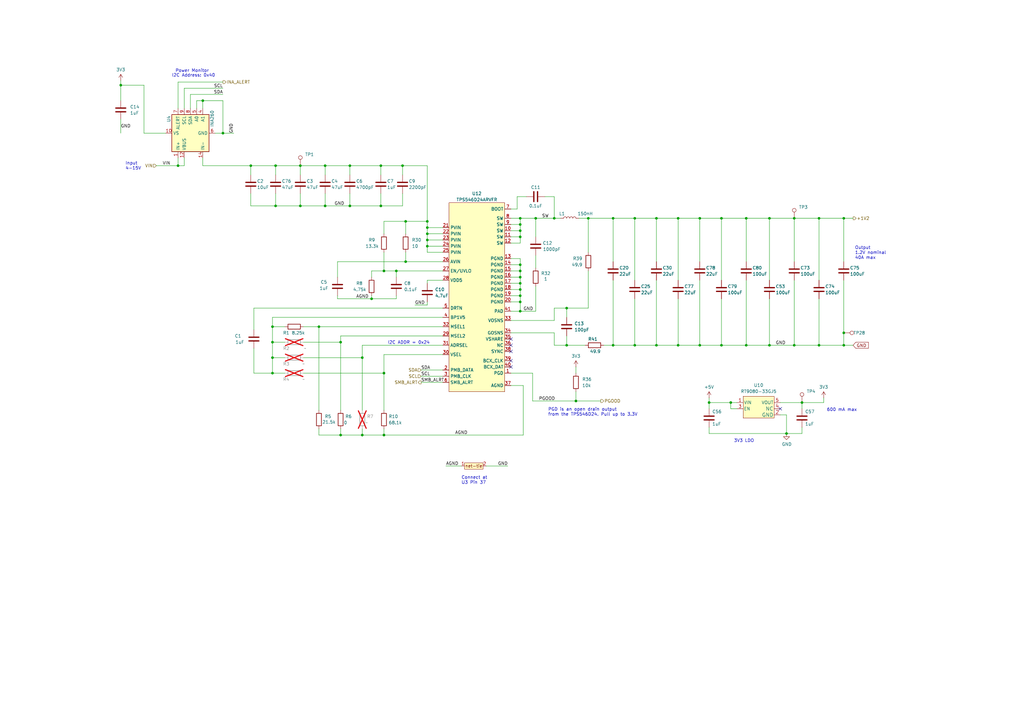
<source format=kicad_sch>
(kicad_sch (version 20231120) (generator "eeschema") (generator_version "8.0")
  (paper "A3")
  (title_block (title "BitForgeNano") (date "2024-06-21") (rev "1.0") (comment 1 "Licensed under CERN-OHL-W version 2"))
  (lib_symbols
    (symbol "+3V3_1" (power) (pin_numbers hide) (pin_names (offset 0) hide)
      (property "Value" "+3V3" (at 0 3.556 0))
      (symbol "+3V3_1_0_1"
        (polyline (pts (xy -0.762 1.27) (xy 0 2.54)))
        (polyline (pts (xy 0 0) (xy 0 2.54)))
        (polyline (pts (xy 0 2.54) (xy 0.762 1.27)))
      )
      (symbol "+3V3_1_1_1"
        (pin power_in line (at 0 0 90) (length 0) (name "~") (number "1"))
      )
    )
    (symbol "+5V_1" (power) (pin_numbers hide) (pin_names (offset 0) hide)
      (property "Value" "+5V" (at 0 3.556 0))
      (symbol "+5V_1_0_1"
        (polyline (pts (xy -0.762 1.27) (xy 0 2.54)))
        (polyline (pts (xy 0 0) (xy 0 2.54)))
        (polyline (pts (xy 0 2.54) (xy 0.762 1.27)))
      )
      (symbol "+5V_1_1_1"
        (pin power_in line (at 0 0 90) (length 0) (name "~") (number "1"))
      )
    )
    (symbol "BitForgeNano:C" (pin_numbers hide) (pin_names (offset 0.254))
      (property "Reference" "C" (at 0.635 2.54 0))
      (property "Value" "C" (at 0.635 -2.54 0))
      (symbol "C_0_1"
        (polyline (pts (xy -2.032 -0.762) (xy 2.032 -0.762)) (stroke (width 0.508)))
        (polyline (pts (xy -2.032 0.762) (xy 2.032 0.762)) (stroke (width 0.508)))
      )
      (symbol "C_1_1"
        (pin passive line (at 0 3.81 270) (length 2.794) (name "~") (number "1"))
        (pin passive line (at 0 -3.81 90) (length 2.794) (name "~") (number "2"))
      )
    )
    (symbol "BitForgeNano:GND" (power) (pin_names (offset 0))
      (property "Value" "GND" (at 0 -3.81 0))
      (symbol "GND_0_1"
        (polyline (pts (xy 0 0) (xy 0 -1.27) (xy 1.27 -1.27) (xy 0 -2.54) (xy -1.27 -1.27) (xy 0 -1.27)))
      )
      (symbol "GND_1_1"
        (pin power_in line (at 0 0 270) (length 0) hide (name "GND") (number "1"))
      )
    )
    (symbol "BitForgeNano:INA260"
      (property "Reference" "U" (at -6.35 8.89 0))
      (property "Value" "INA260" (at 2.54 8.89 0))
      (symbol "INA260_0_1"
        (rectangle (start -7.62 7.62) (end 7.62 -7.62) (stroke (width 0.254)) (fill (type background)))
      )
      (symbol "INA260_1_1"
        (pin passive line (at -10.16 5.08 0) (length 2.54) (name "IN+") (number "1"))
        (pin power_in line (at 0 10.16 270) (length 2.54) (name "VS") (number "10"))
        (pin passive line (at 0 -10.16 90) (length 2.54) hide (name "GND") (number "11"))
        (pin passive line (at -10.16 2.54 0) (length 2.54) (name "VBUS") (number "12"))
        (pin no_connect line (at 2.54 -7.62 90) (length 2.54) hide (name "NC") (number "13"))
        (pin passive line (at -10.16 -5.08 0) (length 2.54) (name "IN-") (number "14"))
        (pin passive line (at -10.16 -5.08 0) (length 2.54) hide (name "IN-") (number "15"))
        (pin passive line (at -10.16 -5.08 0) (length 2.54) hide (name "IN-") (number "16"))
        (pin passive line (at -10.16 5.08 0) (length 2.54) hide (name "IN+") (number "2"))
        (pin passive line (at -10.16 5.08 0) (length 2.54) hide (name "IN+") (number "3"))
        (pin input line (at 10.16 -5.08 180) (length 2.54) (name "A1") (number "4"))
        (pin input line (at 10.16 -2.54 180) (length 2.54) (name "A0") (number "5"))
        (pin power_in line (at 0 -10.16 90) (length 2.54) (name "GND") (number "6"))
        (pin open_collector line (at 10.16 5.08 180) (length 2.54) (name "ALERT") (number "7"))
        (pin bidirectional line (at 10.16 0 180) (length 2.54) (name "SDA") (number "8"))
        (pin input line (at 10.16 2.54 180) (length 2.54) (name "SCL") (number "9"))
      )
    )
    (symbol "BitForgeNano:L" (pin_numbers hide) (pin_names (offset 1.016) hide)
      (property "Reference" "L" (at -1.27 0 90))
      (property "Value" "L" (at 1.905 0 90))
      (symbol "L_0_1"
        (arc (start 0 -2.54) (mid 0.6323 -1.905) (end 0 -1.27))
        (arc (start 0 -1.27) (mid 0.6323 -0.635) (end 0 0))
        (arc (start 0 0) (mid 0.6323 0.635) (end 0 1.27))
        (arc (start 0 1.27) (mid 0.6323 1.905) (end 0 2.54))
      )
      (symbol "L_1_1"
        (pin passive line (at 0 3.81 270) (length 1.27) (name "1") (number "1"))
        (pin passive line (at 0 -3.81 90) (length 1.27) (name "2") (number "2"))
      )
    )
    (symbol "BitForgeNano:R" (pin_numbers hide) (pin_names (offset 0))
      (property "Reference" "R" (at 2.032 0 90))
      (property "Value" "R" (at 0 0 90))
      (symbol "R_0_1"
        (rectangle (start -1.016 -2.54) (end 1.016 2.54) (stroke (width 0.254)))
      )
      (symbol "R_1_1"
        (pin passive line (at 0 3.81 270) (length 1.27) (name "~") (number "1"))
        (pin passive line (at 0 -3.81 90) (length 1.27) (name "~") (number "2"))
      )
    )
    (symbol "BitForgeNano:RT9080-33GJ5" (pin_names (offset 0.254))
      (property "Reference" "U2" (at 0 8.382 0))
      (property "Value" "RT9080-33GJ5" (at 0 5.842 0))
      (symbol "RT9080-33GJ5_1_1"
        (rectangle (start -6.35 3.81) (end 6.35 -5.08) (stroke (width 0.1524)) (fill (type background)))
        (pin power_in line (at -8.89 1.27 0) (length 2.54) (name "VIN") (number "1"))
        (pin power_in line (at 8.89 -3.81 180) (length 2.54) (name "GND") (number "2"))
        (pin input line (at -8.89 -1.27 0) (length 2.54) (name "EN") (number "3"))
        (pin power_in line (at 8.89 -1.27 180) (length 2.54) (name "NC") (number "4"))
        (pin output line (at 8.89 1.27 180) (length 2.54) (name "VOUT") (number "5"))
      )
    )
    (symbol "BitForgeNano:TPS546D24"
      (property "Reference" "U10" (at 0 45.72 0))
      (property "Value" "TPS546D24ARVFR" (at 0 43.18 0))
      (symbol "TPS546D24_0_1"
        (rectangle (start -11.43 41.91) (end 11.43 -35.56) (stroke (width 0.1524)) (fill (type background)))
      )
      (symbol "TPS546D24_1_1"
        (pin input line (at 13.97 -27.94 180) (length 2.54) (name "PGD") (number "1"))
        (pin power_in line (at 13.97 30.48 180) (length 2.54) (name "SW") (number "10"))
        (pin output line (at 13.97 27.94 180) (length 2.54) (name "SW") (number "11"))
        (pin power_out line (at 13.97 25.4 180) (length 2.54) (name "SW") (number "12"))
        (pin output line (at 13.97 19.05 180) (length 2.54) (name "PGND") (number "13"))
        (pin output line (at 13.97 16.51 180) (length 2.54) (name "PGND") (number "14"))
        (pin input line (at 13.97 13.97 180) (length 2.54) (name "PGND") (number "15"))
        (pin input line (at 13.97 11.43 180) (length 2.54) (name "PGND") (number "16"))
        (pin power_in line (at 13.97 8.89 180) (length 2.54) (name "PGND") (number "17"))
        (pin input line (at 13.97 6.35 180) (length 2.54) (name "PGND") (number "18"))
        (pin input line (at 13.97 3.81 180) (length 2.54) (name "PGND") (number "19"))
        (pin input line (at -13.97 -26.67 0) (length 2.54) (name "PMB_DATA") (number "2"))
        (pin power_in line (at 13.97 1.27 180) (length 2.54) (name "PGND") (number "20"))
        (pin input line (at -13.97 31.75 0) (length 2.54) (name "PVIN") (number "21"))
        (pin input line (at -13.97 29.21 0) (length 2.54) (name "PVIN") (number "22"))
        (pin input line (at -13.97 26.67 0) (length 2.54) (name "PVIN") (number "23"))
        (pin input line (at -13.97 24.13 0) (length 2.54) (name "PVIN") (number "24"))
        (pin input line (at -13.97 21.59 0) (length 2.54) (name "PVIN") (number "25"))
        (pin input line (at -13.97 17.78 0) (length 2.54) (name "AVIN") (number "26"))
        (pin input line (at -13.97 13.97 0) (length 2.54) (name "EN/UVLO") (number "27"))
        (pin output line (at -13.97 10.16 0) (length 2.54) (name "VDD5") (number "28"))
        (pin input line (at -13.97 -12.7 0) (length 2.54) (name "MSEL2") (number "29"))
        (pin input line (at -13.97 -29.21 0) (length 2.54) (name "PMB_CLK") (number "3"))
        (pin input line (at -13.97 -20.32 0) (length 2.54) (name "VSEL") (number "30"))
        (pin input line (at -13.97 -16.51 0) (length 2.54) (name "ADRSEL") (number "31"))
        (pin input line (at -13.97 -8.89 0) (length 2.54) (name "MSEL1") (number "32"))
        (pin output line (at 13.97 -6.35 180) (length 2.54) (name "VOSNS") (number "33"))
        (pin output line (at 13.97 -11.43 180) (length 2.54) (name "GOSNS") (number "34"))
        (pin input line (at 13.97 -13.97 180) (length 2.54) (name "VSHARE") (number "35"))
        (pin input line (at 13.97 -16.51 180) (length 2.54) (name "NC") (number "36"))
        (pin power_in line (at 13.97 -33.02 180) (length 2.54) (name "AGND") (number "37"))
        (pin input line (at 13.97 -19.05 180) (length 2.54) (name "SYNC") (number "38"))
        (pin input line (at 13.97 -22.86 180) (length 2.54) (name "BCX_CLK") (number "39"))
        (pin input line (at -13.97 -5.08 0) (length 2.54) (name "BP1V5") (number "4"))
        (pin input line (at 13.97 -25.4 180) (length 2.54) (name "BCX_DAT") (number "40"))
        (pin power_in line (at 13.97 -2.54 180) (length 2.54) (name "PAD") (number "41"))
        (pin input line (at -13.97 -1.27 0) (length 2.54) (name "DRTN") (number "5"))
        (pin input line (at -13.97 -31.75 0) (length 2.54) (name "SMB_ALRT") (number "6"))
        (pin input line (at 13.97 39.37 180) (length 2.54) (name "BOOT") (number "7"))
        (pin output line (at 13.97 35.56 180) (length 2.54) (name "SW") (number "8"))
        (pin power_in line (at 13.97 33.02 180) (length 2.54) (name "SW") (number "9"))
      )
    )
    (symbol "BitForgeNano:TestPoint" (pin_numbers hide) (pin_names (offset 0.762) hide)
      (property "Reference" "TP" (at 0 6.858 0))
      (property "Value" "TestPoint" (at 0 5.08 0))
      (symbol "TestPoint_0_1"
        (circle (center 0 3.302) (radius 0.762))
      )
      (symbol "TestPoint_1_1"
        (pin passive line (at 0 0 90) (length 2.54) (name "1") (number "1"))
      )
    )
    (symbol "BitForgeNano:net-tie"
      (symbol "net-tie_0_1"
        (rectangle (start -3.81 1.27) (end 3.81 -1.27) (stroke (width 0.1524)) (fill (type background)))
      )
      (symbol "net-tie_1_0"
        (pin bidirectional line (at -5.08 0 0) (length 1.27) (name "") (number "1"))
        (pin bidirectional line (at 5.08 0 180) (length 1.27) (name "") (number "2"))
      )
      (symbol "net-tie_1_1"
        (text "net-tie" (at 0 0 0) (effects (font (size 1.27 1.27))))
      )
    )
  )
  (junction (at 290.83 165.1))
  (junction (at 335.915 141.605))
  (junction (at 213.36 121.285))
  (junction (at 269.24 141.605))
  (junction (at 157.48 111.125))
  (junction (at 111.76 153.035))
  (junction (at 241.3 89.535))
  (junction (at 143.51 84.455))
  (junction (at 322.58 177.8))
  (junction (at 306.07 89.535))
  (junction (at 157.48 153.035))
  (junction (at 123.19 67.945))
  (junction (at 346.075 141.605))
  (junction (at 213.36 92.075))
  (junction (at 83.185 41.275))
  (junction (at 328.93 165.1))
  (junction (at 133.35 84.455))
  (junction (at 175.26 93.345))
  (junction (at 325.755 89.535))
  (junction (at 148.59 146.685))
  (junction (at 162.56 111.125))
  (junction (at 139.7 178.435))
  (junction (at 251.46 141.605))
  (junction (at 111.76 146.685))
  (junction (at 213.36 116.205))
  (junction (at 213.36 89.535))
  (junction (at 165.1 67.945))
  (junction (at 113.03 67.945))
  (junction (at 278.13 141.605))
  (junction (at 133.35 67.945))
  (junction (at 152.4 122.555))
  (junction (at 113.03 84.455))
  (junction (at 287.02 89.535))
  (junction (at 213.36 97.155))
  (junction (at 213.36 118.745))
  (junction (at 139.7 140.335))
  (junction (at 213.36 127.635))
  (junction (at 278.13 89.535))
  (junction (at 315.595 89.535))
  (junction (at 175.26 95.885))
  (junction (at 346.075 89.535))
  (junction (at 213.36 111.125))
  (junction (at 166.37 90.805))
  (junction (at 73.025 67.945))
  (junction (at 166.37 107.315))
  (junction (at 325.755 141.605))
  (junction (at 232.41 126.365))
  (junction (at 295.91 89.535))
  (junction (at 299.72 165.1))
  (junction (at 175.26 98.425))
  (junction (at 123.19 84.455))
  (junction (at 148.59 178.435))
  (junction (at 251.46 89.535))
  (junction (at 156.21 67.945))
  (junction (at 232.41 141.605))
  (junction (at 346.075 136.525))
  (junction (at 295.91 141.605))
  (junction (at 157.48 178.435))
  (junction (at 213.36 123.825))
  (junction (at 219.71 89.535))
  (junction (at 213.36 94.615))
  (junction (at 269.24 89.535))
  (junction (at 111.76 140.335))
  (junction (at 315.595 141.605))
  (junction (at 213.36 113.665))
  (junction (at 260.35 89.535))
  (junction (at 175.26 100.965))
  (junction (at 91.44 54.61))
  (junction (at 213.36 108.585))
  (junction (at 227.33 89.535))
  (junction (at 130.81 133.985))
  (junction (at 49.53 34.925))
  (junction (at 156.21 84.455))
  (junction (at 175.26 90.805))
  (junction (at 102.87 67.945))
  (junction (at 111.76 133.985))
  (junction (at 287.02 141.605))
  (junction (at 306.07 141.605))
  (junction (at 143.51 67.945))
  (junction (at 335.915 89.535))
  (junction (at 260.35 141.605))
  (junction (at 236.22 164.465))
  (no_connect (at 320.04 167.64))
  (no_connect (at 209.55 147.955))
  (no_connect (at 209.55 141.605))
  (no_connect (at 209.55 139.065))
  (no_connect (at 209.55 144.145))
  (no_connect (at 209.55 150.495))
  (wire (pts (xy 287.02 114.935) (xy 287.02 141.605)))
  (wire (pts (xy 130.81 175.895) (xy 130.81 178.435)))
  (wire (pts (xy 59.055 34.925) (xy 59.055 54.61)))
  (wire (pts (xy 320.04 170.18) (xy 322.58 170.18)))
  (wire (pts (xy 232.41 126.365) (xy 241.3 126.365)))
  (wire (pts (xy 80.645 44.45) (xy 80.645 41.275)))
  (wire (pts (xy 148.59 175.895) (xy 148.59 178.435)))
  (wire (pts (xy 130.81 133.985) (xy 130.81 168.275)))
  (wire (pts (xy 278.13 89.535) (xy 287.02 89.535)))
  (wire (pts (xy 237.49 89.535) (xy 241.3 89.535)))
  (wire (pts (xy 290.83 165.1) (xy 299.72 165.1)))
  (wire (pts (xy 166.37 90.805) (xy 175.26 90.805)))
  (wire (pts (xy 213.36 121.285) (xy 213.36 123.825)))
  (wire (pts (xy 166.37 103.505) (xy 166.37 107.315)))
  (wire (pts (xy 213.36 97.155) (xy 213.36 94.615)))
  (wire (pts (xy 139.7 178.435) (xy 148.59 178.435)))
  (wire (pts (xy 166.37 95.885) (xy 166.37 90.805)))
  (wire (pts (xy 260.35 89.535) (xy 260.35 114.935)))
  (wire (pts (xy 138.43 122.555) (xy 152.4 122.555)))
  (wire (pts (xy 290.83 165.1) (xy 290.83 167.64)))
  (wire (pts (xy 219.71 117.475) (xy 219.71 127.635)))
  (wire (pts (xy 113.03 84.455) (xy 123.19 84.455)))
  (wire (pts (xy 124.46 146.685) (xy 148.59 146.685)))
  (wire (pts (xy 175.26 114.935) (xy 181.61 114.935)))
  (wire (pts (xy 104.14 126.365) (xy 181.61 126.365)))
  (wire (pts (xy 157.48 153.035) (xy 157.48 168.275)))
  (wire (pts (xy 209.55 111.125) (xy 213.36 111.125)))
  (wire (pts (xy 113.03 79.375) (xy 113.03 84.455)))
  (wire (pts (xy 182.88 191.135) (xy 189.23 191.135)))
  (wire (pts (xy 227.33 141.605) (xy 232.41 141.605)))
  (wire (pts (xy 162.56 121.285) (xy 162.56 122.555)))
  (wire (pts (xy 157.48 111.125) (xy 162.56 111.125)))
  (wire (pts (xy 269.24 89.535) (xy 269.24 107.315)))
  (wire (pts (xy 209.55 116.205) (xy 213.36 116.205)))
  (wire (pts (xy 209.55 158.115) (xy 214.63 158.115)))
  (wire (pts (xy 295.91 122.555) (xy 295.91 141.605)))
  (wire (pts (xy 148.59 141.605) (xy 181.61 141.605)))
  (wire (pts (xy 111.76 153.035) (xy 116.84 153.035)))
  (wire (pts (xy 218.44 164.465) (xy 236.22 164.465)))
  (wire (pts (xy 346.075 89.535) (xy 346.075 107.315)))
  (wire (pts (xy 251.46 89.535) (xy 251.46 107.315)))
  (wire (pts (xy 315.595 89.535) (xy 325.755 89.535)))
  (wire (pts (xy 170.18 125.095) (xy 175.26 125.095)))
  (wire (pts (xy 113.03 67.945) (xy 113.03 71.755)))
  (wire (pts (xy 172.72 154.305) (xy 181.61 154.305)))
  (wire (pts (xy 219.71 127.635) (xy 213.36 127.635)))
  (wire (pts (xy 148.59 178.435) (xy 157.48 178.435)))
  (wire (pts (xy 157.48 111.125) (xy 152.4 111.125)))
  (wire (pts (xy 175.26 98.425) (xy 181.61 98.425)))
  (wire (pts (xy 156.21 79.375) (xy 156.21 84.455)))
  (wire (pts (xy 251.46 89.535) (xy 260.35 89.535)))
  (wire (pts (xy 175.26 100.965) (xy 181.61 100.965)))
  (wire (pts (xy 325.755 107.315) (xy 325.755 89.535)))
  (wire (pts (xy 133.35 67.945) (xy 133.35 71.755)))
  (wire (pts (xy 209.55 106.045) (xy 213.36 106.045)))
  (wire (pts (xy 49.53 33.02) (xy 49.53 34.925)))
  (wire (pts (xy 290.83 177.8) (xy 290.83 175.26)))
  (wire (pts (xy 138.43 107.315) (xy 166.37 107.315)))
  (wire (pts (xy 236.22 164.465) (xy 246.38 164.465)))
  (wire (pts (xy 156.21 67.945) (xy 156.21 71.755)))
  (wire (pts (xy 346.075 136.525) (xy 346.075 141.605)))
  (wire (pts (xy 175.26 123.825) (xy 175.26 125.095)))
  (wire (pts (xy 102.87 67.945) (xy 113.03 67.945)))
  (wire (pts (xy 213.36 106.045) (xy 213.36 108.585)))
  (wire (pts (xy 75.565 36.195) (xy 91.44 36.195)))
  (wire (pts (xy 139.7 175.895) (xy 139.7 178.435)))
  (wire (pts (xy 315.595 89.535) (xy 315.595 114.935)))
  (wire (pts (xy 335.915 89.535) (xy 346.075 89.535)))
  (wire (pts (xy 227.33 131.445) (xy 227.33 126.365)))
  (wire (pts (xy 143.51 79.375) (xy 143.51 84.455)))
  (wire (pts (xy 75.565 64.77) (xy 75.565 67.945)))
  (wire (pts (xy 156.21 67.945) (xy 165.1 67.945)))
  (wire (pts (xy 209.55 99.695) (xy 213.36 99.695)))
  (wire (pts (xy 278.13 122.555) (xy 278.13 141.605)))
  (wire (pts (xy 306.07 114.935) (xy 306.07 141.605)))
  (wire (pts (xy 181.61 103.505) (xy 175.26 103.505)))
  (wire (pts (xy 133.35 84.455) (xy 143.51 84.455)))
  (wire (pts (xy 130.81 178.435) (xy 139.7 178.435)))
  (wire (pts (xy 83.185 64.77) (xy 83.185 67.945)))
  (wire (pts (xy 111.76 140.335) (xy 111.76 146.685)))
  (wire (pts (xy 49.53 34.925) (xy 59.055 34.925)))
  (wire (pts (xy 111.76 130.175) (xy 111.76 133.985)))
  (wire (pts (xy 130.81 133.985) (xy 181.61 133.985)))
  (wire (pts (xy 138.43 121.285) (xy 138.43 122.555)))
  (wire (pts (xy 218.44 153.035) (xy 218.44 164.465)))
  (wire (pts (xy 241.3 89.535) (xy 241.3 103.505)))
  (wire (pts (xy 175.26 95.885) (xy 175.26 98.425)))
  (wire (pts (xy 260.35 141.605) (xy 269.24 141.605)))
  (wire (pts (xy 175.26 67.945) (xy 175.26 90.805)))
  (wire (pts (xy 212.09 85.725) (xy 212.09 80.645)))
  (wire (pts (xy 148.59 141.605) (xy 148.59 146.685)))
  (wire (pts (xy 133.35 67.945) (xy 143.51 67.945)))
  (wire (pts (xy 325.755 89.535) (xy 335.915 89.535)))
  (wire (pts (xy 157.48 175.895) (xy 157.48 178.435)))
  (wire (pts (xy 299.72 165.1) (xy 302.26 165.1)))
  (wire (pts (xy 213.36 111.125) (xy 213.36 113.665)))
  (wire (pts (xy 209.55 108.585) (xy 213.36 108.585)))
  (wire (pts (xy 213.36 99.695) (xy 213.36 97.155)))
  (wire (pts (xy 213.36 116.205) (xy 213.36 118.745)))
  (wire (pts (xy 227.33 126.365) (xy 232.41 126.365)))
  (wire (pts (xy 175.26 95.885) (xy 181.61 95.885)))
  (wire (pts (xy 269.24 141.605) (xy 278.13 141.605)))
  (wire (pts (xy 251.46 141.605) (xy 260.35 141.605)))
  (wire (pts (xy 143.51 84.455) (xy 156.21 84.455)))
  (wire (pts (xy 213.36 94.615) (xy 213.36 92.075)))
  (wire (pts (xy 251.46 114.935) (xy 251.46 141.605)))
  (wire (pts (xy 236.22 160.655) (xy 236.22 164.465)))
  (wire (pts (xy 213.36 123.825) (xy 209.55 123.825)))
  (wire (pts (xy 306.07 89.535) (xy 315.595 89.535)))
  (wire (pts (xy 287.02 141.605) (xy 295.91 141.605)))
  (wire (pts (xy 199.39 191.135) (xy 208.28 191.135)))
  (wire (pts (xy 143.51 67.945) (xy 143.51 71.755)))
  (wire (pts (xy 73.025 44.45) (xy 73.025 33.655)))
  (wire (pts (xy 181.61 130.175) (xy 111.76 130.175)))
  (wire (pts (xy 111.76 133.985) (xy 116.84 133.985)))
  (wire (pts (xy 175.26 93.345) (xy 181.61 93.345)))
  (wire (pts (xy 315.595 141.605) (xy 325.755 141.605)))
  (wire (pts (xy 88.265 54.61) (xy 91.44 54.61)))
  (wire (pts (xy 209.55 118.745) (xy 213.36 118.745)))
  (wire (pts (xy 346.075 114.935) (xy 346.075 136.525)))
  (wire (pts (xy 123.19 79.375) (xy 123.19 84.455)))
  (wire (pts (xy 156.21 84.455) (xy 165.1 84.455)))
  (wire (pts (xy 111.76 146.685) (xy 116.84 146.685)))
  (wire (pts (xy 152.4 121.285) (xy 152.4 122.555)))
  (wire (pts (xy 64.135 67.945) (xy 73.025 67.945)))
  (wire (pts (xy 175.26 90.805) (xy 175.26 93.345)))
  (wire (pts (xy 148.59 146.685) (xy 148.59 168.275)))
  (wire (pts (xy 175.26 98.425) (xy 175.26 100.965)))
  (wire (pts (xy 104.14 153.035) (xy 111.76 153.035)))
  (wire (pts (xy 227.33 136.525) (xy 227.33 141.605)))
  (wire (pts (xy 73.025 64.77) (xy 73.025 67.945)))
  (wire (pts (xy 157.48 103.505) (xy 157.48 111.125)))
  (wire (pts (xy 102.87 71.755) (xy 102.87 67.945)))
  (wire (pts (xy 166.37 107.315) (xy 181.61 107.315)))
  (wire (pts (xy 306.07 107.315) (xy 306.07 89.535)))
  (wire (pts (xy 278.13 141.605) (xy 287.02 141.605)))
  (wire (pts (xy 328.93 165.1) (xy 337.82 165.1)))
  (wire (pts (xy 157.48 95.885) (xy 157.48 90.805)))
  (wire (pts (xy 260.35 122.555) (xy 260.35 141.605)))
  (wire (pts (xy 172.72 151.765) (xy 181.61 151.765)))
  (wire (pts (xy 302.26 167.64) (xy 299.72 167.64)))
  (wire (pts (xy 295.91 141.605) (xy 306.07 141.605)))
  (wire (pts (xy 139.7 137.795) (xy 181.61 137.795)))
  (wire (pts (xy 91.44 41.275) (xy 91.44 54.61)))
  (wire (pts (xy 209.55 121.285) (xy 213.36 121.285)))
  (wire (pts (xy 143.51 67.945) (xy 156.21 67.945)))
  (wire (pts (xy 49.53 48.895) (xy 49.53 54.61)))
  (wire (pts (xy 320.04 165.1) (xy 328.93 165.1)))
  (wire (pts (xy 157.48 145.415) (xy 157.48 153.035)))
  (wire (pts (xy 49.53 34.925) (xy 49.53 41.275)))
  (wire (pts (xy 335.915 141.605) (xy 346.075 141.605)))
  (wire (pts (xy 157.48 178.435) (xy 214.63 178.435)))
  (wire (pts (xy 213.36 123.825) (xy 213.36 127.635)))
  (wire (pts (xy 124.46 133.985) (xy 130.81 133.985)))
  (wire (pts (xy 133.35 79.375) (xy 133.35 84.455)))
  (wire (pts (xy 209.55 153.035) (xy 218.44 153.035)))
  (wire (pts (xy 209.55 113.665) (xy 213.36 113.665)))
  (wire (pts (xy 83.185 41.275) (xy 91.44 41.275)))
  (wire (pts (xy 209.55 94.615) (xy 213.36 94.615)))
  (wire (pts (xy 138.43 113.665) (xy 138.43 107.315)))
  (wire (pts (xy 162.56 111.125) (xy 181.61 111.125)))
  (wire (pts (xy 299.72 167.64) (xy 299.72 165.1)))
  (wire (pts (xy 139.7 140.335) (xy 139.7 168.275)))
  (wire (pts (xy 236.22 153.035) (xy 236.22 150.495)))
  (wire (pts (xy 83.185 44.45) (xy 83.185 41.275)))
  (wire (pts (xy 223.52 80.645) (xy 227.33 80.645)))
  (wire (pts (xy 241.3 111.125) (xy 241.3 126.365)))
  (wire (pts (xy 214.63 158.115) (xy 214.63 178.435)))
  (wire (pts (xy 78.105 44.45) (xy 78.105 38.735)))
  (wire (pts (xy 337.82 163.195) (xy 337.82 165.1)))
  (wire (pts (xy 59.055 54.61) (xy 67.945 54.61)))
  (wire (pts (xy 290.83 177.8) (xy 322.58 177.8)))
  (wire (pts (xy 219.71 109.855) (xy 219.71 104.775)))
  (wire (pts (xy 102.87 84.455) (xy 113.03 84.455)))
  (wire (pts (xy 213.36 89.535) (xy 209.55 89.535)))
  (wire (pts (xy 139.7 137.795) (xy 139.7 140.335)))
  (wire (pts (xy 325.755 141.605) (xy 335.915 141.605)))
  (wire (pts (xy 247.65 141.605) (xy 251.46 141.605)))
  (wire (pts (xy 172.72 156.845) (xy 181.61 156.845)))
  (wire (pts (xy 152.4 111.125) (xy 152.4 113.665)))
  (wire (pts (xy 322.58 170.18) (xy 322.58 177.8)))
  (wire (pts (xy 213.36 118.745) (xy 213.36 121.285)))
  (wire (pts (xy 175.26 100.965) (xy 175.26 103.505)))
  (wire (pts (xy 278.13 89.535) (xy 278.13 114.935)))
  (wire (pts (xy 219.71 89.535) (xy 227.33 89.535)))
  (wire (pts (xy 111.76 140.335) (xy 116.84 140.335)))
  (wire (pts (xy 322.58 177.8) (xy 328.93 177.8)))
  (wire (pts (xy 232.41 141.605) (xy 240.03 141.605)))
  (wire (pts (xy 209.55 97.155) (xy 213.36 97.155)))
  (wire (pts (xy 232.41 137.795) (xy 232.41 141.605)))
  (wire (pts (xy 124.46 140.335) (xy 139.7 140.335)))
  (wire (pts (xy 306.07 141.605) (xy 315.595 141.605)))
  (wire (pts (xy 111.76 146.685) (xy 111.76 153.035)))
  (wire (pts (xy 75.565 44.45) (xy 75.565 36.195)))
  (wire (pts (xy 104.14 135.255) (xy 104.14 126.365)))
  (wire (pts (xy 209.55 127.635) (xy 213.36 127.635)))
  (wire (pts (xy 346.075 141.605) (xy 349.885 141.605)))
  (wire (pts (xy 175.26 116.205) (xy 175.26 114.935)))
  (wire (pts (xy 113.03 67.945) (xy 123.19 67.945)))
  (wire (pts (xy 209.55 85.725) (xy 212.09 85.725)))
  (wire (pts (xy 241.3 89.535) (xy 251.46 89.535)))
  (wire (pts (xy 328.93 165.1) (xy 328.93 167.64)))
  (wire (pts (xy 295.91 89.535) (xy 306.07 89.535)))
  (wire (pts (xy 73.025 33.655) (xy 91.44 33.655)))
  (wire (pts (xy 157.48 90.805) (xy 166.37 90.805)))
  (wire (pts (xy 209.55 136.525) (xy 227.33 136.525)))
  (wire (pts (xy 152.4 122.555) (xy 162.56 122.555)))
  (wire (pts (xy 73.025 67.945) (xy 75.565 67.945)))
  (wire (pts (xy 269.24 114.935) (xy 269.24 141.605)))
  (wire (pts (xy 295.91 89.535) (xy 295.91 114.935)))
  (wire (pts (xy 315.595 122.555) (xy 315.595 141.605)))
  (wire (pts (xy 213.36 89.535) (xy 219.71 89.535)))
  (wire (pts (xy 165.1 84.455) (xy 165.1 79.375)))
  (wire (pts (xy 260.35 89.535) (xy 269.24 89.535)))
  (wire (pts (xy 213.36 113.665) (xy 213.36 116.205)))
  (wire (pts (xy 349.885 89.535) (xy 346.075 89.535)))
  (wire (pts (xy 80.645 41.275) (xy 83.185 41.275)))
  (wire (pts (xy 328.93 175.26) (xy 328.93 177.8)))
  (wire (pts (xy 219.71 97.155) (xy 219.71 89.535)))
  (wire (pts (xy 227.33 89.535) (xy 229.87 89.535)))
  (wire (pts (xy 287.02 89.535) (xy 287.02 107.315)))
  (wire (pts (xy 325.755 114.935) (xy 325.755 141.605)))
  (wire (pts (xy 269.24 89.535) (xy 278.13 89.535)))
  (wire (pts (xy 209.55 131.445) (xy 227.33 131.445)))
  (wire (pts (xy 111.76 133.985) (xy 111.76 140.335)))
  (wire (pts (xy 335.915 89.535) (xy 335.915 114.935)))
  (wire (pts (xy 290.83 163.195) (xy 290.83 165.1)))
  (wire (pts (xy 78.105 38.735) (xy 91.44 38.735)))
  (wire (pts (xy 227.33 80.645) (xy 227.33 89.535)))
  (wire (pts (xy 287.02 89.535) (xy 295.91 89.535)))
  (wire (pts (xy 232.41 126.365) (xy 232.41 130.175)))
  (wire (pts (xy 102.87 79.375) (xy 102.87 84.455)))
  (wire (pts (xy 209.55 92.075) (xy 213.36 92.075)))
  (wire (pts (xy 212.09 80.645) (xy 215.9 80.645)))
  (wire (pts (xy 123.19 67.945) (xy 123.19 71.755)))
  (wire (pts (xy 104.14 142.875) (xy 104.14 153.035)))
  (wire (pts (xy 162.56 113.665) (xy 162.56 111.125)))
  (wire (pts (xy 91.44 54.61) (xy 95.885 54.61)))
  (wire (pts (xy 175.26 93.345) (xy 175.26 95.885)))
  (wire (pts (xy 123.19 67.945) (xy 133.35 67.945)))
  (wire (pts (xy 165.1 67.945) (xy 165.1 71.755)))
  (wire (pts (xy 175.26 67.945) (xy 165.1 67.945)))
  (wire (pts (xy 335.915 122.555) (xy 335.915 141.605)))
  (wire (pts (xy 157.48 145.415) (xy 181.61 145.415)))
  (wire (pts (xy 213.36 92.075) (xy 213.36 89.535)))
  (wire (pts (xy 213.36 108.585) (xy 213.36 111.125)))
  (wire (pts (xy 123.19 84.455) (xy 133.35 84.455)))
  (wire (pts (xy 83.185 67.945) (xy 102.87 67.945)))
  (wire (pts (xy 124.46 153.035) (xy 157.48 153.035)))
  (text "3V3 LDO" (at 300.99 181.61 0) (effects (font (size 1.27 1.27)) (justify left bottom)))
  (text "PGD is an open drain output\nfrom the TPS546D24. Pull up to 3.3V" (at 224.79 170.815 0) (effects (font (size 1.27 1.27)) (justify left bottom)))
  (text "Output \n1.2V nominal\n40A max" (at 350.647 106.553 0) (effects (font (size 1.27 1.27)) (justify left bottom)))
  (text "I2C ADDR = 0x24" (at 159.004 141.351 0) (effects (font (size 1.27 1.27)) (justify left bottom)))
  (text "Connect at\nU3 Pin 37" (at 189.23 198.755 0) (effects (font (size 1.27 1.27)) (justify left bottom)))
  (text "600 mA max" (at 339.09 168.91 0) (effects (font (size 1.27 1.27)) (justify left bottom)))
  (text "I2C Address: 0x40" (at 88.265 31.75 0) (effects (font (size 1.27 1.27)) (justify right bottom)))
  (text "Power Monitor" (at 85.725 29.845 0) (effects (font (size 1.27 1.27)) (justify right bottom)))
  (text "Input \n4-15V" (at 51.435 69.85 0) (effects (font (size 1.27 1.27)) (justify left bottom)))
  (label "GND" (at 208.28 191.135 180))
  (label "AGND" (at 182.88 191.135 0))
  (label "SW" (at 222.25 89.535 0))
  (label "SMB_ALRT" (at 172.72 156.845 0))
  (label "SDA" (at 172.72 151.765 0))
  (label "GND" (at 170.18 125.095 0))
  (label "GND" (at 95.885 54.61 90))
  (label "SCL" (at 91.44 36.195 180))
  (label "AGND" (at 146.05 122.555 0))
  (label "GND" (at 214.63 127.635 0))
  (label "PGOOD" (at 220.98 164.465 0))
  (label "GND" (at 49.53 52.705 0))
  (label "VIN" (at 66.675 67.945 0))
  (label "GND" (at 137.16 84.455 0))
  (label "AGND" (at 191.77 178.435 180))
  (label "GND" (at 318.135 141.605 0))
  (label "SDA" (at 91.44 38.735 180))
  (label "SCL" (at 172.72 154.305 0))
  (global_label "GND" (shape input) (at 349.885 141.605 0) (property "Intersheetrefs" "${INTERSHEET_REFS}" (effects (hide yes))))
  (hierarchical_label "SDA" (shape input) (at 172.72 151.765 180))
  (hierarchical_label "+1V2" (shape output) (at 349.885 89.535 0))
  (hierarchical_label "SMB_ALRT" (shape output) (at 172.72 156.845 180))
  (hierarchical_label "SCL" (shape input) (at 172.72 154.305 180))
  (hierarchical_label "PGOOD" (shape output) (at 246.38 164.465 0))
  (hierarchical_label "INA_ALERT" (shape output) (at 91.44 33.655 0))
  (hierarchical_label "VIN" (shape input) (at 64.135 67.945 180))
  (symbol (lib_name "+3V3_1") (lib_id "BitForgeNano:+3V3_1") (at 236.22 150.495 0) (unit 1)
    (property "Reference" "#PWR05" (effects (hide yes)))
    (property "Value" "3V3" (at 236.22 146.05 0))
    (property "Description" "Power symbol creates a global label with name \"+3V3\"" (effects (hide yes)))
  )
  (symbol (lib_id "BitForgeNano:C") (at 328.93 171.45 0) (unit 1)
    (property "Reference" "C57" (at 330.2 169.545 0) (effects (justify left bottom)))
    (property "Value" "1uF" (at 330.2 174.625 0) (effects (justify left bottom)))
    (property "Footprint" "Capacitor_SMD:C_0402_1005Metric" (effects (hide yes)))
    (property "Description" "EMK105BJ105MV-F" (effects (hide yes)))
    (property "DK" "587-5514-1-ND" (effects (hide yes)))
    (property "PARTNO" "EMK105BJ105MV-F" (effects (hide yes)))
  )
  (symbol (lib_id "BitForgeNano:TestPoint") (at 325.755 89.535 0) (unit 1)
    (property "Reference" "TP3" (at 327.66 84.9629 0) (effects (justify left)))
    (property "Value" "TestPoint" (effects (hide yes)))
    (property "Footprint" "BitForgeNano:TestPoint_Pad_D1.0mm" (effects (hide yes)))
    (property "Description" "test point" (effects (hide yes)))
  )
  (symbol (lib_id "BitForgeNano:C") (at 290.83 171.45 0) (unit 1)
    (property "Reference" "C56" (at 292.1 169.545 0) (effects (justify left bottom)))
    (property "Value" "1uF" (at 292.1 174.625 0) (effects (justify left bottom)))
    (property "Footprint" "Capacitor_SMD:C_0402_1005Metric" (effects (hide yes)))
    (property "Description" "EMK105BJ105MV-F" (effects (hide yes)))
    (property "DK" "587-5514-1-ND" (effects (hide yes)))
    (property "PARTNO" "EMK105BJ105MV-F" (effects (hide yes)))
  )
  (symbol (lib_id "BitForgeNano:R") (at 157.48 172.085 0) (unit 1)
    (property "Reference" "R10" (at 159.385 170.815 0) (effects (justify left)))
    (property "Value" "68.1k" (at 159.385 173.355 0) (effects (justify left)))
    (property "Footprint" "Resistor_SMD:R_0402_1005Metric" (effects (hide yes)))
    (property "Description" "Resistor" (effects (hide yes)))
    (property "DK" "YAG3213CT-ND" (effects (hide yes)))
    (property "PARTNO" "RC0402FR-0768K1L" (effects (hide yes)))
  )
  (symbol (lib_name "+3V3_1") (lib_id "BitForgeNano:+3V3_1") (at 49.53 33.02 0) (unit 1)
    (property "Reference" "#PWR01" (effects (hide yes)))
    (property "Value" "3V3" (at 49.53 28.575 0))
    (property "Description" "Power symbol creates a global label with name \"+3V3\"" (effects (hide yes)))
  )
  (symbol (lib_name "+5V_1") (lib_id "BitForgeNano:+5V_1") (at 290.83 163.195 0) (unit 1)
    (property "Reference" "#PWR025" (effects (hide yes)))
    (property "Value" "+5V" (at 290.83 158.75 0))
    (property "Description" "Power symbol creates a global label with name \"+5V\"" (effects (hide yes)))
  )
  (symbol (lib_id "BitForgeNano:C") (at 260.35 118.745 0) (unit 1)
    (property "Reference" "C25" (at 262.89 117.475 0) (effects (justify left)))
    (property "Value" "22uF" (at 262.89 120.015 0) (effects (justify left)))
    (property "Footprint" "Capacitor_SMD:C_0805_2012Metric" (effects (hide yes)))
    (property "DK" "490-10746-1-ND" (effects (hide yes)))
    (property "PARTNO" "GRM21BR61A226ME44L" (effects (hide yes)))
  )
  (symbol (lib_id "BitForgeNano:C") (at 219.71 100.965 180) (unit 1)
    (property "Reference" "C12" (at 224.536 99.695 0))
    (property "Value" "1000pF" (at 226.314 102.235 0))
    (property "Footprint" "Capacitor_SMD:C_0805_2012Metric" (effects (hide yes)))
    (property "DK" "311-1127-1-ND" (effects (hide yes)))
    (property "PARTNO" "CC0805KRX7R9BB102" (effects (hide yes)))
  )
  (symbol (lib_id "BitForgeNano:R") (at 152.4 117.475 0) (unit 1)
    (property "Reference" "R8" (at 146.05 116.205 0) (effects (justify left)))
    (property "Value" "4.75k" (at 144.78 118.745 0) (effects (justify left)))
    (property "Footprint" "Resistor_SMD:R_0402_1005Metric" (effects (hide yes)))
    (property "Description" "Resistor" (effects (hide yes)))
    (property "DK" "541-4.75KLCT-ND" (effects (hide yes)))
    (property "PARTNO" "CRCW04024K75FKED" (effects (hide yes)))
  )
  (symbol (lib_id "BitForgeNano:R") (at 120.65 146.685 90) (unit 1) (dnp yes)
    (property "Reference" "R3" (at 118.745 149.225 90) (effects (justify left)))
    (property "Value" "~" (at 125.095 149.225 90) (effects (justify left)))
    (property "Footprint" "Resistor_SMD:R_0402_1005Metric" (effects (hide yes)))
    (property "Description" "Resistor" (effects (hide yes)))
  )
  (symbol (lib_id "BitForgeNano:C") (at 143.51 75.565 0) (unit 1)
    (property "Reference" "C6" (at 146.05 74.295 0) (effects (justify left)))
    (property "Value" "4700pF" (at 146.05 76.835 0) (effects (justify left)))
    (property "Footprint" "Capacitor_SMD:C_0402_1005Metric" (effects (hide yes)))
    (property "DK" "490-1309-1-ND" (effects (hide yes)))
    (property "PARTNO" "GRM155R71E472KA01D" (effects (hide yes)))
  )
  (symbol (lib_id "BitForgeNano:R") (at 139.7 172.085 0) (unit 1)
    (property "Reference" "R6" (at 141.605 170.815 0) (effects (justify left)))
    (property "Value" "0" (at 140.97 173.355 0) (effects (justify left)))
    (property "Footprint" "Resistor_SMD:R_0402_1005Metric" (effects (hide yes)))
    (property "Description" "Resistor" (effects (hide yes)))
    (property "DK" "311-0.0JRCT-ND" (effects (hide yes)))
    (property "PARTNO" "RC0402JR-070RL" (effects (hide yes)))
  )
  (symbol (lib_id "BitForgeNano:net-tie") (at 194.31 191.135 0) (unit 1) (in_bom no)
    (property "Reference" "T1" (effects (hide yes)))
    (property "Value" "net-tie" (effects (hide yes)))
    (property "Footprint" "bitaxe:NetTie-0.25mm" (effects (hide yes)))
  )
  (symbol (lib_id "BitForgeNano:R") (at 157.48 99.695 0) (unit 1)
    (property "Reference" "R9" (at 151.13 98.425 0) (effects (justify left)))
    (property "Value" "13.3k" (at 149.86 100.965 0) (effects (justify left)))
    (property "Footprint" "Resistor_SMD:R_0402_1005Metric" (effects (hide yes)))
    (property "Description" "Resistor" (effects (hide yes)))
    (property "DK" "541-13.3KLCT-ND" (effects (hide yes)))
    (property "PARTNO" "CRCW040213K3FKED" (effects (hide yes)))
  )
  (symbol (lib_id "BitForgeNano:C") (at 251.46 111.125 0) (unit 1)
    (property "Reference" "C20" (at 254 109.855 0) (effects (justify left)))
    (property "Value" "22uF" (at 254 112.395 0) (effects (justify left)))
    (property "Footprint" "Capacitor_SMD:C_0805_2012Metric" (effects (hide yes)))
    (property "DK" "490-10746-1-ND" (effects (hide yes)))
    (property "PARTNO" "GRM21BR61A226ME44L" (effects (hide yes)))
  )
  (symbol (lib_id "BitForgeNano:C") (at 165.1 75.565 0) (unit 1)
    (property "Reference" "C9" (at 167.64 74.295 0) (effects (justify left)))
    (property "Value" "2200pF" (at 167.64 76.835 0) (effects (justify left)))
    (property "Footprint" "Capacitor_SMD:C_0402_1005Metric" (effects (hide yes)))
    (property "DK" "490-8257-1-ND" (effects (hide yes)))
    (property "PARTNO" "GRM155R61H222KA01D" (effects (hide yes)))
  )
  (symbol (lib_id "BitForgeNano:C") (at 335.915 118.745 0) (unit 1)
    (property "Reference" "C74" (at 338.455 117.475 0) (effects (justify left)))
    (property "Value" "100uF" (at 338.455 120.015 0) (effects (justify left)))
    (property "Footprint" "Capacitor_SMD:C_1206_3216Metric" (effects (hide yes)))
    (property "DK" "1276-1782-2-ND" (effects (hide yes)))
    (property "PARTNO" "CL31A107MQHNNNE" (effects (hide yes)))
  )
  (symbol (lib_id "BitForgeNano:INA260") (at 78.105 54.61 90) (unit 1)
    (property "Reference" "U4" (at 69.215 50.165 0) (effects (justify left)))
    (property "Value" "INA260" (at 86.995 52.07 0) (effects (justify left)))
    (property "Footprint" "BitForgeNano:TSSOP-16_4.4x5mm_P0.65mm" (effects (hide yes)))
    (property "Datasheet" "http://www.ti.com/lit/ds/symlink/ina260.pdf" (effects (hide yes)))
    (property "PARTNO" "INA260AIPW" (effects (hide yes)))
    (property "DK" "296-45218-5-ND" (effects (hide yes)))
  )
  (symbol (lib_id "BitForgeNano:C") (at 278.13 118.745 0) (unit 1)
    (property "Reference" "C77" (at 280.67 117.475 0) (effects (justify left)))
    (property "Value" "22uF" (at 280.67 120.015 0) (effects (justify left)))
    (property "Footprint" "Capacitor_SMD:C_0805_2012Metric" (effects (hide yes)))
    (property "DK" "490-10746-1-ND" (effects (hide yes)))
    (property "PARTNO" "GRM21BR61A226ME44L" (effects (hide yes)))
  )
  (symbol (lib_id "BitForgeNano:C") (at 295.91 118.745 0) (unit 1)
    (property "Reference" "C79" (at 298.45 117.475 0) (effects (justify left)))
    (property "Value" "100uF" (at 298.45 120.015 0) (effects (justify left)))
    (property "Footprint" "Capacitor_SMD:C_1206_3216Metric" (effects (hide yes)))
    (property "DK" "1276-1782-2-ND" (effects (hide yes)))
    (property "PARTNO" "CL31A107MQHNNNE" (effects (hide yes)))
  )
  (symbol (lib_id "BitForgeNano:C") (at 104.14 139.065 0) (unit 1)
    (property "Reference" "C1" (at 96.266 137.795 0) (effects (justify left)))
    (property "Value" "1uF" (at 96.52 140.335 0) (effects (justify left)))
    (property "Footprint" "Capacitor_SMD:C_0402_1005Metric" (effects (hide yes)))
    (property "DK" "587-5514-1-ND" (effects (hide yes)))
    (property "PARTNO" "EMK105BJ105MV-F" (effects (hide yes)))
  )
  (symbol (lib_id "BitForgeNano:L") (at 233.68 89.535 90) (unit 1)
    (property "Reference" "L1" (at 230.505 87.63 90))
    (property "Value" "150nH" (at 240.03 87.63 90))
    (property "Footprint" "BitForgeNano:FP1007R3-R15-R" (effects (hide yes)))
    (property "PARTNO" "FP1007R3-R15-R" (effects (hide yes)))
    (property "DK" "283-FP1007R3-R15-RCT-ND" (effects (hide yes)))
  )
  (symbol (lib_id "BitForgeNano:R") (at 243.84 141.605 90) (unit 1)
    (property "Reference" "R41" (at 245.11 139.065 90) (effects (justify left)))
    (property "Value" "49.9" (at 246.38 144.145 90) (effects (justify left)))
    (property "Footprint" "Resistor_SMD:R_0402_1005Metric" (effects (hide yes)))
    (property "Description" "Resistor" (effects (hide yes)))
    (property "DK" "311-49.9LRCT-ND" (effects (hide yes)))
    (property "PARTNO" "RC0402FR-0749R9L" (effects (hide yes)))
  )
  (symbol (lib_name "+3V3_1") (lib_id "BitForgeNano:+3V3_1") (at 337.82 163.195 0) (unit 1)
    (property "Reference" "#PWR024" (effects (hide yes)))
    (property "Value" "3V3" (at 337.82 158.75 0))
    (property "Description" "Power symbol creates a global label with name \"+3V3\"" (effects (hide yes)))
  )
  (symbol (lib_id "BitForgeNano:C") (at 269.24 111.125 0) (unit 1)
    (property "Reference" "C30" (at 271.78 109.855 0) (effects (justify left)))
    (property "Value" "22uF" (at 271.78 112.395 0) (effects (justify left)))
    (property "Footprint" "Capacitor_SMD:C_0805_2012Metric" (effects (hide yes)))
    (property "DK" "490-10746-1-ND" (effects (hide yes)))
    (property "PARTNO" "GRM21BR61A226ME44L" (effects (hide yes)))
  )
  (symbol (lib_id "BitForgeNano:TestPoint") (at 328.93 165.1 0) (unit 1)
    (property "Reference" "TP4" (at 330.835 160.5279 0) (effects (justify left)))
    (property "Value" "TestPoint" (effects (hide yes)))
    (property "Footprint" "BitForgeNano:TestPoint_Pad_D1.0mm" (effects (hide yes)))
    (property "Description" "test point" (effects (hide yes)))
  )
  (symbol (lib_id "BitForgeNano:C") (at 325.755 111.125 0) (unit 1)
    (property "Reference" "C73" (at 328.295 109.855 0) (effects (justify left)))
    (property "Value" "100uF" (at 328.295 112.395 0) (effects (justify left)))
    (property "Footprint" "Capacitor_SMD:C_1206_3216Metric" (effects (hide yes)))
    (property "DK" "1276-1782-2-ND" (effects (hide yes)))
    (property "PARTNO" "CL31A107MQHNNNE" (effects (hide yes)))
  )
  (symbol (lib_id "BitForgeNano:C") (at 346.075 111.125 0) (unit 1)
    (property "Reference" "C75" (at 348.615 109.855 0) (effects (justify left)))
    (property "Value" "100uF" (at 348.615 112.395 0) (effects (justify left)))
    (property "Footprint" "Capacitor_SMD:C_1206_3216Metric" (effects (hide yes)))
    (property "DK" "1276-1782-2-ND" (effects (hide yes)))
    (property "PARTNO" "CL31A107MQHNNNE" (effects (hide yes)))
  )
  (symbol (lib_id "BitForgeNano:C") (at 138.43 117.475 180) (unit 1)
    (property "Reference" "C5" (at 132.842 115.697 0))
    (property "Value" "1uF" (at 132.842 118.237 0))
    (property "Footprint" "Capacitor_SMD:C_0402_1005Metric" (effects (hide yes)))
    (property "DK" "587-5514-1-ND" (effects (hide yes)))
    (property "PARTNO" "EMK105BJ105MV-F" (effects (hide yes)))
  )
  (symbol (lib_id "BitForgeNano:TestPoint") (at 123.19 67.945 0) (unit 1)
    (property "Reference" "TP1" (at 125.095 63.3729 0) (effects (justify left)))
    (property "Value" "TestPoint" (effects (hide yes)))
    (property "Footprint" "BitForgeNano:TestPoint_Pad_D1.0mm" (effects (hide yes)))
    (property "Description" "test point" (effects (hide yes)))
  )
  (symbol (lib_id "BitForgeNano:C") (at 306.07 111.125 0) (unit 1)
    (property "Reference" "C80" (at 308.61 109.855 0) (effects (justify left)))
    (property "Value" "100uF" (at 308.61 112.395 0) (effects (justify left)))
    (property "Footprint" "Capacitor_SMD:C_1206_3216Metric" (effects (hide yes)))
    (property "DK" "1276-1782-2-ND" (effects (hide yes)))
    (property "PARTNO" "CL31A107MQHNNNE" (effects (hide yes)))
  )
  (symbol (lib_id "BitForgeNano:C") (at 113.03 75.565 0) (unit 1)
    (property "Reference" "C76" (at 115.57 74.295 0) (effects (justify left)))
    (property "Value" "47uF" (at 115.57 76.835 0) (effects (justify left)))
    (property "Footprint" "Capacitor_SMD:C_1210_3225Metric" (effects (hide yes)))
    (property "DK" "1276-3376-1-ND" (effects (hide yes)))
    (property "PARTNO" "CL32A476KOJNNNE" (effects (hide yes)))
  )
  (symbol (lib_id "BitForgeNano:R") (at 236.22 156.845 180) (unit 1)
    (property "Reference" "R36" (at 238.76 155.5749 0) (effects (justify right)))
    (property "Value" "10k" (at 238.76 158.1149 0) (effects (justify right)))
    (property "Footprint" "Resistor_SMD:R_0402_1005Metric" (effects (hide yes)))
    (property "Description" "Resistor" (effects (hide yes)))
    (property "DK" "311-10KJRCT-ND" (effects (hide yes)))
    (property "PARTNO" "RC0402JR-0710KL" (effects (hide yes)))
  )
  (symbol (lib_id "BitForgeNano:C") (at 102.87 75.565 0) (unit 1)
    (property "Reference" "C2" (at 105.41 74.295 0) (effects (justify left)))
    (property "Value" "10uF" (at 105.41 76.835 0) (effects (justify left)))
    (property "Footprint" "Capacitor_SMD:C_0805_2012Metric" (effects (hide yes)))
    (property "DK" "1276-1096-1-ND" (effects (hide yes)))
    (property "PARTNO" "CL21A106KOQNNNE" (effects (hide yes)))
  )
  (symbol (lib_id "BitForgeNano:R") (at 166.37 99.695 0) (unit 1)
    (property "Reference" "R30" (at 168.91 98.4249 0) (effects (justify left)))
    (property "Value" "10" (at 168.91 100.9649 0) (effects (justify left)))
    (property "Footprint" "Resistor_SMD:R_0402_1005Metric" (effects (hide yes)))
    (property "Description" "Resistor" (effects (hide yes)))
    (property "DK" "311-10.0LRCT-ND" (effects (hide yes)))
    (property "PARTNO" "RC0402FR-0710RL" (effects (hide yes)))
  )
  (symbol (lib_id "BitForgeNano:R") (at 241.3 107.315 0) (unit 1)
    (property "Reference" "R39" (at 234.95 106.045 0) (effects (justify left)))
    (property "Value" "49.9" (at 234.442 108.585 0) (effects (justify left)))
    (property "Footprint" "Resistor_SMD:R_0402_1005Metric" (effects (hide yes)))
    (property "Description" "Resistor" (effects (hide yes)))
    (property "DK" "311-49.9LRCT-ND" (effects (hide yes)))
    (property "PARTNO" "RC0402FR-0749R9L" (effects (hide yes)))
  )
  (symbol (lib_id "BitForgeNano:R") (at 148.59 172.085 0) (unit 1) (dnp yes)
    (property "Reference" "R7" (at 150.495 170.815 0) (effects (justify left)))
    (property "Value" "~" (at 149.86 173.355 0) (effects (justify left)))
    (property "Footprint" "Resistor_SMD:R_0402_1005Metric" (effects (hide yes)))
    (property "Description" "Resistor" (effects (hide yes)))
  )
  (symbol (lib_id "BitForgeNano:C") (at 287.02 111.125 0) (unit 1)
    (property "Reference" "C78" (at 289.56 109.855 0) (effects (justify left)))
    (property "Value" "22uF" (at 289.56 112.395 0) (effects (justify left)))
    (property "Footprint" "Capacitor_SMD:C_0805_2012Metric" (effects (hide yes)))
    (property "DK" "490-10746-1-ND" (effects (hide yes)))
    (property "PARTNO" "GRM21BR61A226ME44L" (effects (hide yes)))
  )
  (symbol (lib_id "BitForgeNano:C") (at 123.19 75.565 0) (unit 1)
    (property "Reference" "C3" (at 125.73 74.295 0) (effects (justify left)))
    (property "Value" "47uF" (at 125.73 76.835 0) (effects (justify left)))
    (property "Footprint" "Capacitor_SMD:C_1210_3225Metric" (effects (hide yes)))
    (property "DK" "1276-3376-1-ND" (effects (hide yes)))
    (property "PARTNO" "CL32A476KOJNNNE" (effects (hide yes)))
  )
  (symbol (lib_id "BitForgeNano:R") (at 120.65 133.985 90) (unit 1)
    (property "Reference" "R1" (at 118.745 136.525 90) (effects (justify left)))
    (property "Value" "8.25k" (at 125.095 136.525 90) (effects (justify left)))
    (property "Footprint" "Resistor_SMD:R_0402_1005Metric" (effects (hide yes)))
    (property "Description" "Resistor" (effects (hide yes)))
    (property "DK" "541-14.7KLCT-ND" (effects (hide yes)))
    (property "PARTNO" "CRCW040214K7FKED" (effects (hide yes)))
  )
  (symbol (lib_id "BitForgeNano:R") (at 120.65 140.335 90) (unit 1) (dnp yes)
    (property "Reference" "R2" (at 118.745 142.875 90) (effects (justify left)))
    (property "Value" "~" (at 125.73 142.875 90) (effects (justify left)))
    (property "Footprint" "Resistor_SMD:R_0402_1005Metric" (effects (hide yes)))
    (property "Description" "Resistor" (effects (hide yes)))
  )
  (symbol (lib_id "BitForgeNano:C") (at 315.595 118.745 0) (unit 1)
    (property "Reference" "C53" (at 318.135 117.475 0) (effects (justify left)))
    (property "Value" "100uF" (at 318.135 120.015 0) (effects (justify left)))
    (property "Footprint" "Capacitor_SMD:C_1206_3216Metric" (effects (hide yes)))
    (property "DK" "1276-1782-2-ND" (effects (hide yes)))
    (property "PARTNO" "CL31A107MQHNNNE" (effects (hide yes)))
  )
  (symbol (lib_id "BitForgeNano:C") (at 175.26 120.015 0) (unit 1)
    (property "Reference" "C10" (at 178.435 118.745 0) (effects (justify left)))
    (property "Value" "4.7uF" (at 178.435 121.285 0) (effects (justify left)))
    (property "Footprint" "Capacitor_SMD:C_0402_1005Metric" (effects (hide yes)))
    (property "DK" "490-14306-1-ND" (effects (hide yes)))
    (property "PARTNO" "GRM155R61A475MEAAD" (effects (hide yes)))
  )
  (symbol (lib_id "BitForgeNano:R") (at 130.81 172.085 180) (unit 1)
    (property "Reference" "R5" (at 135.89 170.815 0) (effects (justify left)))
    (property "Value" "21.5k" (at 137.668 173.101 0) (effects (justify left)))
    (property "Footprint" "Resistor_SMD:R_0402_1005Metric" (effects (hide yes)))
    (property "Description" "Resistor" (effects (hide yes)))
    (property "DK" "541-21.5KLCT-ND" (effects (hide yes)))
    (property "PARTNO" "CRCW040221K5FKED" (effects (hide yes)))
  )
  (symbol (lib_id "BitForgeNano:TestPoint") (at 346.075 136.525 270) (mirror x) (unit 1) (in_bom no)
    (property "Reference" "TP28" (at 352.425 136.525 90))
    (property "Value" "TestPoint" (effects (hide yes)))
    (property "Footprint" "TestPoint:TestPoint_Pad_D1.5mm" (effects (hide yes)))
  )
  (symbol (lib_id "BitForgeNano:C") (at 219.71 80.645 90) (unit 1)
    (property "Reference" "C11" (at 219.71 76.835 90))
    (property "Value" "0.1uF" (at 219.71 84.455 90))
    (property "Footprint" "Capacitor_SMD:C_0402_1005Metric" (effects (hide yes)))
    (property "DK" "1276-1234-1-ND" (effects (hide yes)))
    (property "PARTNO" "CL05A104KO5NNNC" (effects (hide yes)))
  )
  (symbol (lib_id "BitForgeNano:TPS546D24") (at 195.58 125.095 0) (unit 1)
    (property "Reference" "U12" (at 195.58 79.375 0))
    (property "Value" "TPS546D24ARVFR" (at 195.58 81.915 0))
    (property "Footprint" "bitaxe:LQFN40-CLIP" (effects (hide yes)))
    (property "Datasheet" "https://www.ti.com/lit/ds/symlink/tps546d24a.pdf" (effects (hide yes)))
    (property "DK" "296-TPS546D24ARVFRCT-ND" (effects (hide yes)))
    (property "PARTNO" "TPS546D24ARVFR" (effects (hide yes)))
  )
  (symbol (lib_id "BitForgeNano:R") (at 120.65 153.035 90) (unit 1) (dnp yes)
    (property "Reference" "R4" (at 118.745 155.575 90) (effects (justify left)))
    (property "Value" "~" (at 125.095 155.575 90) (effects (justify left)))
    (property "Footprint" "Resistor_SMD:R_0402_1005Metric" (effects (hide yes)))
    (property "Description" "Resistor" (effects (hide yes)))
  )
  (symbol (lib_id "BitForgeNano:GND") (at 322.58 177.8 0) (unit 1)
    (property "Reference" "#PWR049" (effects (hide yes)))
    (property "Value" "GND" (at 322.707 182.1942 0))
  )
  (symbol (lib_id "BitForgeNano:RT9080-33GJ5") (at 311.15 166.37 0) (unit 1)
    (property "Reference" "U10" (at 311.15 157.988 0))
    (property "Value" "RT9080-33GJ5" (at 311.15 160.528 0))
    (property "Footprint" "BitForgeNano:RT9080-33GJ5" (effects (hide yes)))
    (property "Datasheet" "https://www.richtek.com/assets/product_file/RT9080/DS9080-05.pdf" (effects (hide yes)))
    (property "Description" "RT9080-33GJ5" (effects (hide yes)))
    (property "DK" "1028-1509-1-ND" (effects (hide yes)))
    (property "PARTNO" "RT9080-33GJ5" (effects (hide yes)))
  )
  (symbol (lib_id "BitForgeNano:C") (at 133.35 75.565 0) (unit 1)
    (property "Reference" "C4" (at 135.89 74.295 0) (effects (justify left)))
    (property "Value" "47uF" (at 135.89 76.835 0) (effects (justify left)))
    (property "Footprint" "Capacitor_SMD:C_1210_3225Metric" (effects (hide yes)))
    (property "DK" "1276-3376-1-ND" (effects (hide yes)))
    (property "PARTNO" "CL32A476KOJNNNE" (effects (hide yes)))
  )
  (symbol (lib_id "BitForgeNano:C") (at 156.21 75.565 0) (unit 1)
    (property "Reference" "C7" (at 158.75 74.295 0) (effects (justify left)))
    (property "Value" "1uF" (at 158.75 76.835 0) (effects (justify left)))
    (property "Footprint" "Capacitor_SMD:C_0402_1005Metric" (effects (hide yes)))
    (property "DK" "587-5514-1-ND" (effects (hide yes)))
    (property "PARTNO" "EMK105BJ105MV-F" (effects (hide yes)))
  )
  (symbol (lib_id "BitForgeNano:C") (at 49.53 45.085 0) (unit 1)
    (property "Reference" "C14" (at 53.34 43.8149 0) (effects (justify left)))
    (property "Value" "1uF" (at 53.34 46.3549 0) (effects (justify left)))
    (property "Footprint" "Capacitor_SMD:C_0402_1005Metric" (effects (hide yes)))
    (property "DK" "587-5514-1-ND" (effects (hide yes)))
    (property "PARTNO" "EMK105BJ105MV-F" (effects (hide yes)))
  )
  (symbol (lib_id "BitForgeNano:C") (at 232.41 133.985 0) (unit 1)
    (property "Reference" "C13" (at 235.585 132.715 0) (effects (justify left)))
    (property "Value" "100pF" (at 235.585 135.255 0) (effects (justify left)))
    (property "Footprint" "Capacitor_SMD:C_0402_1005Metric" (effects (hide yes)))
    (property "DK" "732-7431-1-ND" (effects (hide yes)))
    (property "PARTNO" "885012005013" (effects (hide yes)))
  )
  (symbol (lib_id "BitForgeNano:C") (at 162.56 117.475 0) (unit 1)
    (property "Reference" "C8" (at 165.735 116.205 0) (effects (justify left)))
    (property "Value" "0.1uF" (at 165.735 118.745 0) (effects (justify left)))
    (property "Footprint" "Capacitor_SMD:C_0402_1005Metric" (effects (hide yes)))
    (property "DK" "1276-1234-1-ND" (effects (hide yes)))
    (property "PARTNO" "CL05A104KO5NNNC" (effects (hide yes)))
  )
  (symbol (lib_id "BitForgeNano:R") (at 219.71 113.665 180) (unit 1)
    (property "Reference" "R32" (at 225.806 112.141 0) (effects (justify left)))
    (property "Value" "1" (at 224.536 114.427 0) (effects (justify left)))
    (property "Footprint" "Resistor_SMD:R_1206_3216Metric" (effects (hide yes)))
    (property "Description" "Resistor" (effects (hide yes)))
    (property "DK" "CSR1206FT1R00CT-ND" (effects (hide yes)))
    (property "PARTNO" "CSR1206FT1R00" (effects (hide yes)))
  )
)
</source>
